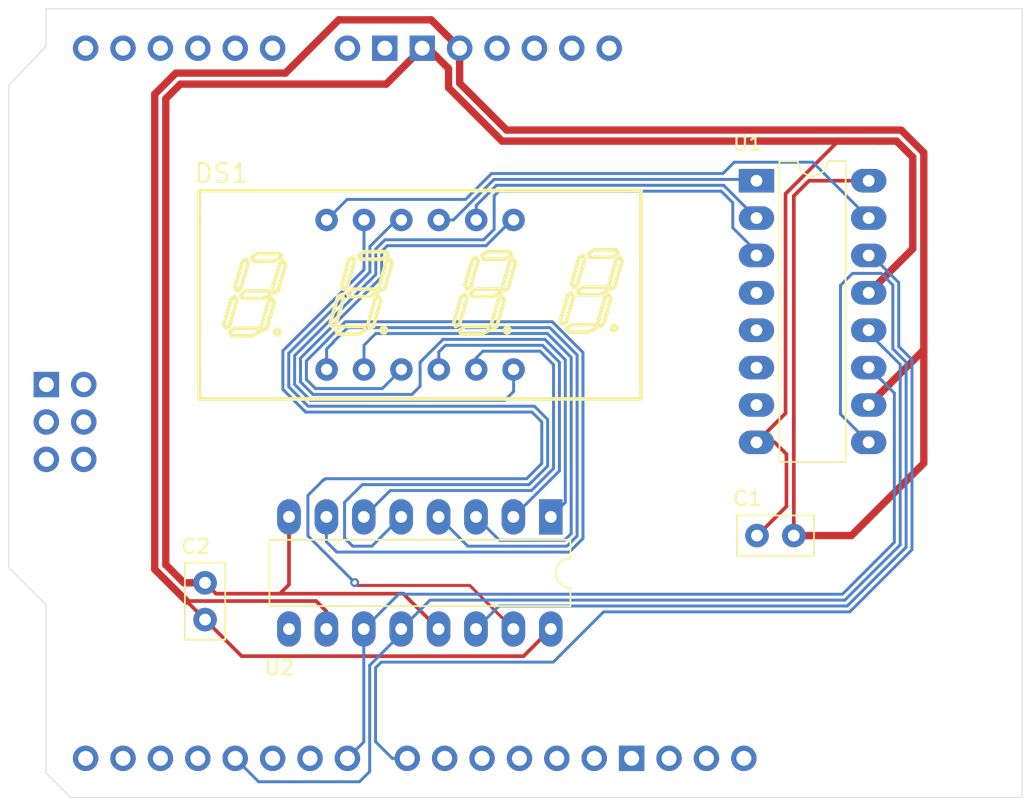
<source format=kicad_pcb>
(kicad_pcb (version 20240108) (generator "pcbnew") (generator_version "8.0")
  (title_block (title "Simple 7 Segment LED Counter") (date "2025-02-14") (rev "V1.0"))
  (layers (0 "F.Cu" signal) (31 "B.Cu" signal) (34 "B.Paste" user) (35 "F.Paste" user) (36 "B.SilkS" user "B.Silkscreen") (37 "F.SilkS" user "F.Silkscreen") (38 "B.Mask" user) (39 "F.Mask" user) (44 "Edge.Cuts" user))
  (net 0 "")
  (net 1 "/+5V")
  (net 2 "GND")
  (net 3 "/RCLK")
  (net 4 "/SRCLK")
  (net 7 "Net-(U1-QH')")
  (net 28 "Net-(U1-SER)")
  (net 44 "/QF-F")
  (net 45 "/QB-B")
  (net 46 "/QH-DP")
  (net 47 "/QD-D")
  (net 48 "/QC-D3")
  (net 49 "/QB-D2")
  (net 50 "/QG-G")
  (net 51 "/QC-C")
  (net 52 "/QE-E")
  (net 53 "/QA-A")
  (net 54 "/QD-D4")
  (net 55 "/QA-D1")
  (footprint "Imported:Arduino_Uno_R3_Shield_TW" (layer "F.Cu") (at 224.933184 58.303385 180)
    (property "Reference" "A1" (hide yes))
    (property "Value" "Arduino_Uno_R3_Shield" (hide yes))
    (pad "" np_thru_hole circle (at 13.97 -2.54 180) (size 3.2 3.2) (drill 3.2) (layers "*.Cu" "*.Mask"))
    (pad "" np_thru_hole circle (at 15.24 -50.8 180) (size 3.2 3.2) (drill 3.2) (layers "*.Cu" "*.Mask"))
    (pad "" thru_hole oval (at 27.94 -2.54 180) (size 1.7272 1.7272) (drill 1.016) (layers "*.Cu" "*.Mask"))
    (pad "" np_thru_hole circle (at 66.04 -35.56 180) (size 3.2 3.2) (drill 3.2) (layers "*.Cu" "*.Mask"))
    (pad "" np_thru_hole circle (at 66.04 -7.62 180) (size 3.2 3.2) (drill 3.2) (layers "*.Cu" "*.Mask"))
    (pad "3V3" thru_hole oval (at 35.56 -2.54 180) (size 1.7272 1.7272) (drill 1.016) (layers "*.Cu" "*.Mask"))
    (pad "5V1" thru_hole oval (at 38.1 -2.54 180) (size 1.7272 1.7272) (drill 1.016) (layers "*.Cu" "*.Mask") (net 1 "/+5V"))
    (pad "5V2" thru_hole oval (at 66.167 -30.48 180) (size 1.7272 1.7272) (drill 1.016) (layers "*.Cu" "*.Mask"))
    (pad "A0" thru_hole oval (at 50.8 -2.54 180) (size 1.7272 1.7272) (drill 1.016) (layers "*.Cu" "*.Mask"))
    (pad "A1" thru_hole oval (at 53.34 -2.54 180) (size 1.7272 1.7272) (drill 1.016) (layers "*.Cu" "*.Mask"))
    (pad "A2" thru_hole oval (at 55.88 -2.54 180) (size 1.7272 1.7272) (drill 1.016) (layers "*.Cu" "*.Mask"))
    (pad "A3" thru_hole oval (at 58.42 -2.54 180) (size 1.7272 1.7272) (drill 1.016) (layers "*.Cu" "*.Mask"))
    (pad "A4" thru_hole oval (at 60.96 -2.54 180) (size 1.7272 1.7272) (drill 1.016) (layers "*.Cu" "*.Mask"))
    (pad "A5" thru_hole oval (at 63.5 -2.54 180) (size 1.7272 1.7272) (drill 1.016) (layers "*.Cu" "*.Mask"))
    (pad "AREF" thru_hole oval (at 23.876 -50.8 180) (size 1.7272 1.7272) (drill 1.016) (layers "*.Cu" "*.Mask"))
    (pad "D0" thru_hole oval (at 63.5 -50.8 180) (size 1.7272 1.7272) (drill 1.016) (layers "*.Cu" "*.Mask"))
    (pad "D1" thru_hole oval (at 60.96 -50.8 180) (size 1.7272 1.7272) (drill 1.016) (layers "*.Cu" "*.Mask"))
    (pad "D2" thru_hole oval (at 58.42 -50.8 180) (size 1.7272 1.7272) (drill 1.016) (layers "*.Cu" "*.Mask"))
    (pad "D3" thru_hole oval (at 55.88 -50.8 180) (size 1.7272 1.7272) (drill 1.016) (layers "*.Cu" "*.Mask"))
    (pad "D4" thru_hole oval (at 53.34 -50.8 180) (size 1.7272 1.7272) (drill 1.016) (layers "*.Cu" "*.Mask") (net 3 "/RCLK"))
    (pad "D5" thru_hole oval (at 50.8 -50.8 180) (size 1.7272 1.7272) (drill 1.016) (layers "*.Cu" "*.Mask"))
    (pad "D6" thru_hole oval (at 48.26 -50.8 180) (size 1.7272 1.7272) (drill 1.016) (layers "*.Cu" "*.Mask"))
    (pad "D7" thru_hole oval (at 45.72 -50.8 180) (size 1.7272 1.7272) (drill 1.016) (layers "*.Cu" "*.Mask") (net 4 "/SRCLK"))
    (pad "D8" thru_hole oval (at 41.656 -50.8 180) (size 1.7272 1.7272) (drill 1.016) (layers "*.Cu" "*.Mask") (net 28 "Net-(U1-SER)"))
    (pad "D9" thru_hole oval (at 39.116 -50.8 180) (size 1.7272 1.7272) (drill 1.016) (layers "*.Cu" "*.Mask"))
    (pad "D10" thru_hole oval (at 36.576 -50.8 180) (size 1.7272 1.7272) (drill 1.016) (layers "*.Cu" "*.Mask"))
    (pad "D11" thru_hole oval (at 34.036 -50.8 180) (size 1.7272 1.7272) (drill 1.016) (layers "*.Cu" "*.Mask"))
    (pad "D12" thru_hole oval (at 31.496 -50.8 180) (size 1.7272 1.7272) (drill 1.016) (layers "*.Cu" "*.Mask"))
    (pad "D13" thru_hole oval (at 28.956 -50.8 180) (size 1.7272 1.7272) (drill 1.016) (layers "*.Cu" "*.Mask"))
    (pad "GND1" thru_hole rect (at 26.416 -50.8 180) (size 1.7272 1.7272) (drill 1.016) (layers "*.Cu" "*.Mask"))
    (pad "GND2" thru_hole rect (at 40.64 -2.54 180) (size 1.7272 1.7272) (drill 1.016) (layers "*.Cu" "*.Mask") (net 2 "GND"))
    (pad "GND3" thru_hole rect (at 43.18 -2.54 180) (size 1.7272 1.7272) (drill 1.016) (layers "*.Cu" "*.Mask"))
    (pad "GND4" thru_hole rect (at 66.167 -25.4 180) (size 1.7272 1.7272) (drill 1.016) (layers "*.Cu" "*.Mask"))
    (pad "IORF" thru_hole oval (at 30.48 -2.54 180) (size 1.7272 1.7272) (drill 1.016) (layers "*.Cu" "*.Mask"))
    (pad "MISO" thru_hole oval (at 63.627 -30.48 180) (size 1.7272 1.7272) (drill 1.016) (layers "*.Cu" "*.Mask"))
    (pad "MOSI" thru_hole oval (at 66.167 -27.94 180) (size 1.7272 1.7272) (drill 1.016) (layers "*.Cu" "*.Mask"))
    (pad "RST1" thru_hole oval (at 33.02 -2.54 180) (size 1.7272 1.7272) (drill 1.016) (layers "*.Cu" "*.Mask"))
    (pad "RST2" thru_hole oval (at 63.627 -25.4 180) (size 1.7272 1.7272) (drill 1.016) (layers "*.Cu" "*.Mask"))
    (pad "SCK" thru_hole oval (at 63.627 -27.94 180) (size 1.7272 1.7272) (drill 1.016) (layers "*.Cu" "*.Mask"))
    (pad "SCL" thru_hole oval (at 18.796 -50.8 180) (size 1.7272 1.7272) (drill 1.016) (layers "*.Cu" "*.Mask"))
    (pad "SDA" thru_hole oval (at 21.336 -50.8 180) (size 1.7272 1.7272) (drill 1.016) (layers "*.Cu" "*.Mask"))
    (pad "VIN" thru_hole oval (at 45.72 -2.54 180) (size 1.7272 1.7272) (drill 1.016) (layers "*.Cu" "*.Mask"))
  )
  (footprint "Capacitor_THT:C_Disc_D5.0mm_W2.5mm_P2.50mm" (layer "F.Cu") (at 209.53 93.965 180)
    (property "Reference" "C1" (at 3.15 2.51 180) (layer "F.SilkS"))
    (property "Value" "100nF")
    (pad "1" thru_hole circle (at 0 0 180) (size 1.6 1.6) (drill 0.8) (layers "*.Cu" "*.Mask") (net 1 "/+5V"))
    (pad "2" thru_hole circle (at 2.5 0 180) (size 1.6 1.6) (drill 0.8) (layers "*.Cu" "*.Mask") (net 2 "GND"))
  )
  (footprint "Capacitor_THT:C_Disc_D5.0mm_W2.5mm_P2.50mm" (layer "F.Cu") (at 169.545 99.675 90)
    (property "Reference" "C2" (at 4.97 -0.63 360) (layer "F.SilkS"))
    (property "Value" "100nF")
    (pad "1" thru_hole circle (at 0 0 90) (size 1.6 1.6) (drill 0.8) (layers "*.Cu" "*.Mask") (net 1 "/+5V"))
    (pad "2" thru_hole circle (at 2.5 0 90) (size 1.6 1.6) (drill 0.8) (layers "*.Cu" "*.Mask") (net 2 "GND"))
  )
  (footprint "Imported:LEDSEG_0.36_4" (layer "F.Cu") (at 184.15 77.597)
    (property "Reference" "DS1" (at -13.485 -8.26 0) (layer "F.SilkS") (effects (font (size 1.27 1.27))))
    (property "Value" "7 Segment LED 3641BH (4Digits)")
    (pad "1" thru_hole oval (at -6.35 5.08) (size 1.524 1.524) (drill 0.762) (layers "*.Cu" "*.Mask") (net 52 "/QE-E"))
    (pad "2" thru_hole oval (at -3.81 5.08) (size 1.524 1.524) (drill 0.762) (layers "*.Cu" "*.Mask") (net 47 "/QD-D"))
    (pad "3" thru_hole oval (at -1.27 5.08) (size 1.524 1.524) (drill 0.762) (layers "*.Cu" "*.Mask") (net 46 "/QH-DP"))
    (pad "4" thru_hole oval (at 1.27 5.08) (size 1.524 1.524) (drill 0.762) (layers "*.Cu" "*.Mask") (net 51 "/QC-C"))
    (pad "5" thru_hole oval (at 3.81 5.08) (size 1.524 1.524) (drill 0.762) (layers "*.Cu" "*.Mask") (net 50 "/QG-G"))
    (pad "6" thru_hole oval (at 6.35 5.08) (size 1.524 1.524) (drill 0.762) (layers "*.Cu" "*.Mask") (net 54 "/QD-D4"))
    (pad "7" thru_hole oval (at 6.35 -5.08) (size 1.524 1.524) (drill 0.762) (layers "*.Cu" "*.Mask") (net 45 "/QB-B"))
    (pad "8" thru_hole oval (at 3.81 -5.08) (size 1.524 1.524) (drill 0.762) (layers "*.Cu" "*.Mask") (net 48 "/QC-D3"))
    (pad "9" thru_hole oval (at 1.27 -5.08) (size 1.524 1.524) (drill 0.762) (layers "*.Cu" "*.Mask") (net 49 "/QB-D2"))
    (pad "10" thru_hole oval (at -1.27 -5.08) (size 1.524 1.524) (drill 0.762) (layers "*.Cu" "*.Mask") (net 44 "/QF-F"))
    (pad "11" thru_hole oval (at -3.81 -5.08) (size 1.524 1.524) (drill 0.762) (layers "*.Cu" "*.Mask") (net 53 "/QA-A"))
    (pad "12" thru_hole oval (at -6.35 -5.08) (size 1.524 1.524) (drill 0.762) (layers "*.Cu" "*.Mask") (net 55 "/QA-D1"))
  )
  (footprint "Package_DIP:DIP-16_W7.62mm_LongPads" (layer "F.Cu") (at 193.025 92.695 -90)
    (property "Reference" "U2" (at 10.25 18.43 360) (layer "F.SilkS"))
    (property "Value" "74HC595")
    (pad "1" thru_hole rect (at 0 0 270) (size 2.4 1.6) (drill 0.8) (layers "*.Cu" "*.Mask") (net 45 "/QB-B"))
    (pad "2" thru_hole oval (at 0 2.54 270) (size 2.4 1.6) (drill 0.8) (layers "*.Cu" "*.Mask") (net 51 "/QC-C"))
    (pad "3" thru_hole oval (at 0 5.08 270) (size 2.4 1.6) (drill 0.8) (layers "*.Cu" "*.Mask") (net 47 "/QD-D"))
    (pad "4" thru_hole oval (at 0 7.62 270) (size 2.4 1.6) (drill 0.8) (layers "*.Cu" "*.Mask") (net 52 "/QE-E"))
    (pad "5" thru_hole oval (at 0 10.16 270) (size 2.4 1.6) (drill 0.8) (layers "*.Cu" "*.Mask") (net 44 "/QF-F"))
    (pad "6" thru_hole oval (at 0 12.7 270) (size 2.4 1.6) (drill 0.8) (layers "*.Cu" "*.Mask") (net 50 "/QG-G"))
    (pad "7" thru_hole oval (at 0 15.24 270) (size 2.4 1.6) (drill 0.8) (layers "*.Cu" "*.Mask") (net 46 "/QH-DP"))
    (pad "8" thru_hole oval (at 0 17.78 270) (size 2.4 1.6) (drill 0.8) (layers "*.Cu" "*.Mask") (net 2 "GND"))
    (pad "9" thru_hole oval (at 7.62 17.78 270) (size 2.4 1.6) (drill 0.8) (layers "*.Cu" "*.Mask"))
    (pad "10" thru_hole oval (at 7.62 15.24 270) (size 2.4 1.6) (drill 0.8) (layers "*.Cu" "*.Mask") (net 1 "/+5V"))
    (pad "11" thru_hole oval (at 7.62 12.7 270) (size 2.4 1.6) (drill 0.8) (layers "*.Cu" "*.Mask") (net 4 "/SRCLK"))
    (pad "12" thru_hole oval (at 7.62 10.16 270) (size 2.4 1.6) (drill 0.8) (layers "*.Cu" "*.Mask") (net 3 "/RCLK"))
    (pad "13" thru_hole oval (at 7.62 7.62 270) (size 2.4 1.6) (drill 0.8) (layers "*.Cu" "*.Mask") (net 2 "GND"))
    (pad "14" thru_hole oval (at 7.62 5.08 270) (size 2.4 1.6) (drill 0.8) (layers "*.Cu" "*.Mask") (net 7 "Net-(U1-QH')"))
    (pad "15" thru_hole oval (at 7.62 2.54 270) (size 2.4 1.6) (drill 0.8) (layers "*.Cu" "*.Mask") (net 53 "/QA-A"))
    (pad "16" thru_hole oval (at 7.62 0 270) (size 2.4 1.6) (drill 0.8) (layers "*.Cu" "*.Mask") (net 1 "/+5V"))
  )
  (footprint "Package_DIP:DIP-16_W7.62mm_LongPads" (layer "F.Cu") (at 206.995 69.85)
    (property "Reference" "U1" (at -0.595 -2.53 180) (layer "F.SilkS"))
    (property "Value" "74HC595")
    (pad "1" thru_hole rect (at 0 0) (size 2.4 1.6) (drill 0.8) (layers "*.Cu" "*.Mask") (net 49 "/QB-D2"))
    (pad "2" thru_hole oval (at 0 2.54) (size 2.4 1.6) (drill 0.8) (layers "*.Cu" "*.Mask") (net 48 "/QC-D3"))
    (pad "3" thru_hole oval (at 0 5.08) (size 2.4 1.6) (drill 0.8) (layers "*.Cu" "*.Mask") (net 54 "/QD-D4"))
    (pad "4" thru_hole oval (at 0 7.62) (size 2.4 1.6) (drill 0.8) (layers "*.Cu" "*.Mask"))
    (pad "5" thru_hole oval (at 0 10.16) (size 2.4 1.6) (drill 0.8) (layers "*.Cu" "*.Mask"))
    (pad "6" thru_hole oval (at 0 12.7) (size 2.4 1.6) (drill 0.8) (layers "*.Cu" "*.Mask"))
    (pad "7" thru_hole oval (at 0 15.24) (size 2.4 1.6) (drill 0.8) (layers "*.Cu" "*.Mask"))
    (pad "8" thru_hole oval (at 0 17.78) (size 2.4 1.6) (drill 0.8) (layers "*.Cu" "*.Mask") (net 2 "GND"))
    (pad "9" thru_hole oval (at 7.62 17.78) (size 2.4 1.6) (drill 0.8) (layers "*.Cu" "*.Mask") (net 7 "Net-(U1-QH')"))
    (pad "10" thru_hole oval (at 7.62 15.24) (size 2.4 1.6) (drill 0.8) (layers "*.Cu" "*.Mask") (net 1 "/+5V"))
    (pad "11" thru_hole oval (at 7.62 12.7) (size 2.4 1.6) (drill 0.8) (layers "*.Cu" "*.Mask") (net 4 "/SRCLK"))
    (pad "12" thru_hole oval (at 7.62 10.16) (size 2.4 1.6) (drill 0.8) (layers "*.Cu" "*.Mask") (net 3 "/RCLK"))
    (pad "13" thru_hole oval (at 7.62 7.62) (size 2.4 1.6) (drill 0.8) (layers "*.Cu" "*.Mask") (net 2 "GND"))
    (pad "14" thru_hole oval (at 7.62 5.08) (size 2.4 1.6) (drill 0.8) (layers "*.Cu" "*.Mask") (net 28 "Net-(U1-SER)"))
    (pad "15" thru_hole oval (at 7.62 2.54) (size 2.4 1.6) (drill 0.8) (layers "*.Cu" "*.Mask") (net 55 "/QA-D1"))
    (pad "16" thru_hole oval (at 7.62 0) (size 2.4 1.6) (drill 0.8) (layers "*.Cu" "*.Mask") (net 1 "/+5V"))
  )
  (gr_line (start 160.401 111.76) (end 158.75 110.109) (stroke (width 0.05)) (layer "Edge.Cuts"))
  (gr_line (start 225.044 58.166) (end 225.044 61.341) (stroke (width 0.05)) (layer "Edge.Cuts"))
  (gr_line (start 225.044 111.76) (end 160.401 111.76) (stroke (width 0.05)) (layer "Edge.Cuts"))
  (gr_line (start 158.75 58.166) (end 225.044 58.166) (stroke (width 0.05)) (layer "Edge.Cuts"))
  (gr_line (start 156.21 63.373) (end 158.75 60.706) (stroke (width 0.05)) (layer "Edge.Cuts"))
  (gr_line (start 156.21 96.139) (end 156.21 63.373) (stroke (width 0.05)) (layer "Edge.Cuts"))
  (gr_line (start 225.044 61.341) (end 225.044 111.76) (stroke (width 0.05)) (layer "Edge.Cuts"))
  (gr_line (start 158.75 98.679) (end 156.21 96.139) (stroke (width 0.05)) (layer "Edge.Cuts"))
  (gr_line (start 158.75 60.706) (end 158.75 58.166) (stroke (width 0.05)) (layer "Edge.Cuts"))
  (gr_line (start 158.75 110.109) (end 158.75 98.679) (stroke (width 0.05)) (layer "Edge.Cuts"))
  (segment (start 178.6248 58.916) (end 175.006 62.5348) (width 0.5) (layer "F.Cu") (net 1))
  (segment (start 184.905799 58.916) (end 178.6248 58.916) (width 0.5) (layer "F.Cu") (net 1))
  (segment (start 166.128 63.964459) (end 166.128 96.258) (width 0.5) (layer "F.Cu") (net 1))
  (segment (start 214.615 69.85) (end 210.566 69.85) (width 0.25) (layer "F.Cu") (net 1))
  (segment (start 186.833184 63.217524) (end 190.02326 66.4076) (width 0.5) (layer "F.Cu") (net 1))
  (segment (start 210.566 69.85) (end 209.53 70.886) (width 0.25) (layer "F.Cu") (net 1))
  (segment (start 186.833184 60.843385) (end 184.905799 58.916) (width 0.5) (layer "F.Cu") (net 1))
  (segment (start 177.785 100.315) (end 177.785 99.1134) (width 0.25) (layer "F.Cu") (net 1))
  (segment (start 218.3593 81.3457) (end 214.615 85.09) (width 0.5) (layer "F.Cu") (net 1))
  (segment (start 177.785 99.1134) (end 177.0866 98.415) (width 0.25) (layer "F.Cu") (net 1))
  (segment (start 177.0866 98.415) (end 168.285 98.415) (width 0.25) (layer "F.Cu") (net 1))
  (segment (start 175.006 62.5348) (end 167.557659 62.5348) (width 0.5) (layer "F.Cu") (net 1))
  (segment (start 172.0288 102.1588) (end 191.1812 102.1588) (width 0.25) (layer "F.Cu") (net 1))
  (segment (start 168.285 98.415) (end 172.0288 102.1588) (width 0.25) (layer "F.Cu") (net 1))
  (segment (start 167.557659 62.5348) (end 166.128 63.964459) (width 0.5) (layer "F.Cu") (net 1))
  (segment (start 190.02326 66.4076) (end 216.82026 66.4076) (width 0.5) (layer "F.Cu") (net 1))
  (segment (start 212.3082 93.965) (end 209.53 93.965) (width 0.5) (layer "F.Cu") (net 1))
  (segment (start 218.3593 67.94664) (end 218.3593 89.0465) (width 0.5) (layer "F.Cu") (net 1))
  (segment (start 213.4408 93.965) (end 212.3082 93.965) (width 0.5) (layer "F.Cu") (net 1))
  (segment (start 186.833184 60.843385) (end 186.833184 63.217524) (width 0.5) (layer "F.Cu") (net 1))
  (segment (start 218.3593 89.0465) (end 213.4408 93.965) (width 0.5) (layer "F.Cu") (net 1))
  (segment (start 191.1812 102.1588) (end 193.025 100.315) (width 0.25) (layer "F.Cu") (net 1))
  (segment (start 216.82026 66.4076) (end 218.3593 67.94664) (width 0.5) (layer "F.Cu") (net 1))
  (segment (start 209.53 70.886) (end 209.53 93.965) (width 0.25) (layer "F.Cu") (net 1))
  (segment (start 166.128 96.258) (end 168.285 98.415) (width 0.5) (layer "F.Cu") (net 1))
  (segment (start 192.405 100.33) (end 192.405 99.6569) (width 0.25) (layer "B.Cu") (net 1))
  (segment (start 173.0454 97.915) (end 170.285 97.915) (width 0.25) (layer "F.Cu") (net 2))
  (segment (start 215.265 67.1576) (end 216.5096 67.1576) (width 0.5) (layer "F.Cu") (net 2))
  (segment (start 217.6093 74.4757) (end 214.615 77.47) (width 0.5) (layer "F.Cu") (net 2))
  (segment (start 166.878 64.275119) (end 166.878 95.94734) (width 0.5) (layer "F.Cu") (net 2))
  (segment (start 168.10566 97.175) (end 169.545 97.175) (width 0.5) (layer "F.Cu") (net 2))
  (segment (start 209.03 88.4308) (end 209.03 91.985) (width 0.25) (layer "F.Cu") (net 2))
  (segment (start 169.545 97.175) (end 169.53 97.19) (width 0.25) (layer "F.Cu") (net 2))
  (segment (start 175.245 92.695) (end 175.245 97.295) (width 0.25) (layer "F.Cu") (net 2))
  (segment (start 217.6093 68.2573) (end 217.6093 74.4757) (width 0.5) (layer "F.Cu") (net 2))
  (segment (start 206.995 87.63) (end 208.2292 87.63) (width 0.25) (layer "F.Cu") (net 2))
  (segment (start 166.878 95.94734) (end 168.10566 97.175) (width 0.5) (layer "F.Cu") (net 2))
  (segment (start 208.9698 70.739093) (end 212.551293 67.1576) (width 0.25) (layer "F.Cu") (net 2))
  (segment (start 206.995 87.63) (end 208.9698 85.6552) (width 0.25) (layer "F.Cu") (net 2))
  (segment (start 212.551293 67.1576) (end 215.265 67.1576) (width 0.25) (layer "F.Cu") (net 2))
  (segment (start 175.245 97.295) (end 174.625 97.915) (width 0.25) (layer "F.Cu") (net 2))
  (segment (start 209.03 91.985) (end 207.05 93.965) (width 0.25) (layer "F.Cu") (net 2))
  (segment (start 186.083184 62.23) (end 186.083184 63.528184) (width 0.5) (layer "F.Cu") (net 2))
  (segment (start 189.7126 67.1576) (end 215.265 67.1576) (width 0.5) (layer "F.Cu") (net 2))
  (segment (start 183.005 97.915) (end 173.0454 97.915) (width 0.25) (layer "F.Cu") (net 2))
  (segment (start 216.5096 67.1576) (end 217.6093 68.2573) (width 0.5) (layer "F.Cu") (net 2))
  (segment (start 184.942276 61.089092) (end 186.083184 62.23) (width 0.5) (layer "F.Cu") (net 2))
  (segment (start 169.53 97.19) (end 169.53 97.83) (width 0.25) (layer "F.Cu") (net 2))
  (segment (start 185.405 100.315) (end 183.005 97.915) (width 0.25) (layer "F.Cu") (net 2))
  (segment (start 169.7428 96.9772) (end 169.545 97.175) (width 0.25) (layer "F.Cu") (net 2))
  (segment (start 167.868319 63.2848) (end 166.878 64.275119) (width 0.5) (layer "F.Cu") (net 2))
  (segment (start 208.2292 87.63) (end 209.03 88.4308) (width 0.25) (layer "F.Cu") (net 2))
  (segment (start 184.293184 60.843385) (end 181.851769 63.2848) (width 0.5) (layer "F.Cu") (net 2))
  (segment (start 170.285 97.915) (end 169.545 97.175) (width 0.25) (layer "F.Cu") (net 2))
  (segment (start 181.851769 63.2848) (end 167.868319 63.2848) (width 0.5) (layer "F.Cu") (net 2))
  (segment (start 186.083184 63.528184) (end 189.7126 67.1576) (width 0.5) (layer "F.Cu") (net 2))
  (segment (start 208.9698 85.6552) (end 208.9698 70.739093) (width 0.25) (layer "F.Cu") (net 2))
  (segment (start 182.641 100.315) (end 182.865 100.315) (width 0.2) (layer "F.Cu") (net 3))
  (segment (start 214.615 80.01) (end 214.615 80.1982) (width 0.2) (layer "F.Cu") (net 3))
  (segment (start 180.0352 110.6932) (end 180.725 110.0034) (width 0.2) (layer "B.Cu") (net 3))
  (segment (start 212.997514 98.3488) (end 184.8312 98.3488) (width 0.2) (layer "B.Cu") (net 3))
  (segment (start 171.593184 109.103385) (end 173.182999 110.6932) (width 0.2) (layer "B.Cu") (net 3))
  (segment (start 180.725 102.782914) (end 182.641 100.866914) (width 0.2) (layer "B.Cu") (net 3))
  (segment (start 180.725 110.0034) (end 180.725 102.782914) (width 0.2) (layer "B.Cu") (net 3))
  (segment (start 184.8312 98.3488) (end 182.865 100.315) (width 0.2) (layer "B.Cu") (net 3))
  (segment (start 216.7572 82.3404) (end 216.7572 94.589114) (width 0.2) (layer "B.Cu") (net 3))
  (segment (start 173.182999 110.6932) (end 180.0352 110.6932) (width 0.2) (layer "B.Cu") (net 3))
  (segment (start 182.641 100.866914) (end 182.641 100.315) (width 0.2) (layer "B.Cu") (net 3))
  (segment (start 216.7572 94.589114) (end 212.997514 98.3488) (width 0.2) (layer "B.Cu") (net 3))
  (segment (start 214.615 80.1982) (end 216.7572 82.3404) (width 0.2) (layer "B.Cu") (net 3))
  (segment (start 180.7614 100.315) (end 180.325 100.315) (width 0.2) (layer "F.Cu") (net 4))
  (segment (start 214.615 82.55) (end 214.63 82.55) (width 0.2) (layer "B.Cu") (net 4))
  (segment (start 214.63 82.55) (end 216.3572 84.2772) (width 0.2) (layer "B.Cu") (net 4))
  (segment (start 216.3572 84.2772) (end 216.3572 94.423428) (width 0.2) (layer "B.Cu") (net 4))
  (segment (start 180.325 100.315) (end 180.325 107.991569) (width 0.2) (layer "B.Cu") (net 4))
  (segment (start 182.6912 97.9488) (end 180.325 100.315) (width 0.2) (layer "B.Cu") (net 4))
  (segment (start 212.831828 97.9488) (end 182.6912 97.9488) (width 0.2) (layer "B.Cu") (net 4))
  (segment (start 216.3572 94.423428) (end 212.831828 97.9488) (width 0.2) (layer "B.Cu") (net 4))
  (segment (start 180.325 107.991569) (end 179.213184 109.103385) (width 0.2) (layer "B.Cu") (net 4))
  (segment (start 216.2556 81.273114) (end 217.1572 82.174714) (width 0.2) (layer "B.Cu") (net 7))
  (segment (start 214.615 87.63) (end 214.258654 87.63) (width 0.2) (layer "B.Cu") (net 7))
  (segment (start 217.1572 94.7548) (end 213.1632 98.7488) (width 0.2) (layer "B.Cu") (net 7))
  (segment (start 213.1632 98.7488) (end 189.5112 98.7488) (width 0.2) (layer "B.Cu") (net 7))
  (segment (start 212.6996 76.962) (end 213.5124 76.1492) (width 0.2) (layer "B.Cu") (net 7))
  (segment (start 212.6996 85.7146) (end 212.6996 76.962) (width 0.2) (layer "B.Cu") (net 7))
  (segment (start 213.5124 76.1492) (end 215.470573 76.1492) (width 0.2) (layer "B.Cu") (net 7))
  (segment (start 217.1572 82.174714) (end 217.1572 94.7548) (width 0.2) (layer "B.Cu") (net 7))
  (segment (start 214.615 87.63) (end 212.6996 85.7146) (width 0.2) (layer "B.Cu") (net 7))
  (segment (start 215.470573 76.1492) (end 216.2556 76.934227) (width 0.2) (layer "B.Cu") (net 7))
  (segment (start 189.5112 98.7488) (end 187.945 100.315) (width 0.2) (layer "B.Cu") (net 7))
  (segment (start 216.2556 76.934227) (end 216.2556 81.273114) (width 0.2) (layer "B.Cu") (net 7))
  (segment (start 214.817059 74.93) (end 214.615 74.93) (width 0.2) (layer "F.Cu") (net 28))
  (segment (start 217.5572 94.920486) (end 217.5572 82.009028) (width 0.2) (layer "B.Cu") (net 28))
  (segment (start 182.255385 109.103385) (end 181.125 107.973) (width 0.2) (layer "B.Cu") (net 28))
  (segment (start 216.6556 76.768541) (end 214.817059 74.93) (width 0.2) (layer "B.Cu") (net 28))
  (segment (start 213.328886 99.1488) (end 217.5572 94.920486) (width 0.2) (layer "B.Cu") (net 28))
  (segment (start 181.125 102.9486) (end 181.5084 102.5652) (width 0.2) (layer "B.Cu") (net 28))
  (segment (start 217.5572 82.009028) (end 217.322885 81.774714) (width 0.2) (layer "B.Cu") (net 28))
  (segment (start 196.6088 99.1488) (end 213.328886 99.1488) (width 0.2) (layer "B.Cu") (net 28))
  (segment (start 216.6556 81.107428) (end 216.6556 76.768541) (width 0.2) (layer "B.Cu") (net 28))
  (segment (start 181.5084 102.5652) (end 193.1924 102.5652) (width 0.2) (layer "B.Cu") (net 28))
  (segment (start 181.125 107.973) (end 181.125 102.9486) (width 0.2) (layer "B.Cu") (net 28))
  (segment (start 193.1924 102.5652) (end 196.6088 99.1488) (width 0.2) (layer "B.Cu") (net 28))
  (segment (start 183.277184 109.103385) (end 182.255385 109.103385) (width 0.2) (layer "B.Cu") (net 28))
  (segment (start 217.322885 81.774714) (end 216.6556 81.107428) (width 0.2) (layer "B.Cu") (net 28))
  (segment (start 192.8116 89.237028) (end 191.545471 90.503157) (width 0.2) (layer "B.Cu") (net 44))
  (segment (start 180.221208 90.503157) (end 179.0192 91.705165) (width 0.2) (layer "B.Cu") (net 44))
  (segment (start 175.2284 81.572486) (end 175.2284 83.859858) (width 0.2) (layer "B.Cu") (net 44))
  (segment (start 175.2284 83.859858) (end 176.540942 85.1724) (width 0.2) (layer "B.Cu") (net 44))
  (segment (start 191.545471 90.503157) (end 180.221208 90.503157) (width 0.2) (layer "B.Cu") (net 44))
  (segment (start 176.540942 85.1724) (end 191.910086 85.1724) (width 0.2) (layer "B.Cu") (net 44))
  (segment (start 191.910086 85.1724) (end 192.8116 86.073914) (width 0.2) (layer "B.Cu") (net 44))
  (segment (start 182.542914 72.517) (end 180.74 74.319914) (width 0.2) (layer "B.Cu") (net 44))
  (segment (start 180.8752 94.6848) (end 182.865 92.695) (width 0.2) (layer "B.Cu") (net 44))
  (segment (start 192.8116 86.073914) (end 192.8116 89.237028) (width 0.2) (layer "B.Cu") (net 44))
  (segment (start 180.74 74.319914) (end 180.74 76.060886) (width 0.2) (layer "B.Cu") (net 44))
  (segment (start 182.88 72.517) (end 182.542914 72.517) (width 0.2) (layer "B.Cu") (net 44))
  (segment (start 179.0192 91.705165) (end 179.0192 94.1324) (width 0.2) (layer "B.Cu") (net 44))
  (segment (start 179.5716 94.6848) (end 180.8752 94.6848) (width 0.2) (layer "B.Cu") (net 44))
  (segment (start 180.74 76.060886) (end 175.2284 81.572486) (width 0.2) (layer "B.Cu") (net 44))
  (segment (start 179.0192 94.1324) (end 179.5716 94.6848) (width 0.2) (layer "B.Cu") (net 44))
  (segment (start 176.0284 83.528486) (end 176.0284 81.903858) (width 0.2) (layer "B.Cu") (net 45))
  (segment (start 190.379886 72.517) (end 190.5 72.517) (width 0.2) (layer "B.Cu") (net 45))
  (segment (start 184.15 82.187514) (end 184.15 83.82) (width 0.2) (layer "B.Cu") (net 45))
  (segment (start 194.0116 82.018258) (end 192.625742 80.6324) (width 0.2) (layer "B.Cu") (net 45))
  (segment (start 184.15 83.82) (end 183.5976 84.3724) (width 0.2) (layer "B.Cu") (net 45))
  (segment (start 192.625742 80.6324) (end 185.705114 80.6324) (width 0.2) (layer "B.Cu") (net 45))
  (segment (start 176.872314 84.3724) (end 176.0284 83.528486) (width 0.2) (layer "B.Cu") (net 45))
  (segment (start 183.5976 84.3724) (end 176.872314 84.3724) (width 0.2) (layer "B.Cu") (net 45))
  (segment (start 181.54 76.392258) (end 181.54 74.651286) (width 0.2) (layer "B.Cu") (net 45))
  (segment (start 194.0116 91.7084) (end 194.0116 82.018258) (width 0.2) (layer "B.Cu") (net 45))
  (segment (start 185.705114 80.6324) (end 184.15 82.187514) (width 0.2) (layer "B.Cu") (net 45))
  (segment (start 181.54 74.651286) (end 181.928086 74.2632) (width 0.2) (layer "B.Cu") (net 45))
  (segment (start 188.633686 74.2632) (end 190.379886 72.517) (width 0.2) (layer "B.Cu") (net 45))
  (segment (start 181.928086 74.2632) (end 188.633686 74.2632) (width 0.2) (layer "B.Cu") (net 45))
  (segment (start 176.0284 81.903858) (end 181.54 76.392258) (width 0.2) (layer "B.Cu") (net 45))
  (segment (start 193.025 92.695) (end 194.0116 91.7084) (width 0.2) (layer "B.Cu") (net 45))
  (segment (start 177.785 92.695) (end 177.785 94.384099) (width 0.2) (layer "B.Cu") (net 46))
  (segment (start 195.2116 81.5212) (end 193.1228 79.4324) (width 0.2) (layer "B.Cu") (net 46))
  (segment (start 195.2116 94.158972) (end 195.2116 81.5212) (width 0.2) (layer "B.Cu") (net 46))
  (segment (start 179.065544 79.4324) (end 177.8508 80.647144) (width 0.2) (layer "B.Cu") (net 46))
  (segment (start 177.785 92.295) (end 177.785 92.695) (width 0.2) (layer "B.Cu") (net 46))
  (segment (start 177.8508 80.6704) (end 176.4284 82.0928) (width 0.2) (layer "B.Cu") (net 46))
  (segment (start 176.4284 83.3628) (end 177.038 83.9724) (width 0.2) (layer "B.Cu") (net 46))
  (segment (start 194.285772 95.0848) (end 195.2116 94.158972) (width 0.2) (layer "B.Cu") (net 46))
  (segment (start 177.785 94.384099) (end 178.485701 95.0848) (width 0.2) (layer "B.Cu") (net 46))
  (segment (start 193.1228 79.4324) (end 179.065544 79.4324) (width 0.2) (layer "B.Cu") (net 46))
  (segment (start 181.5846 83.9724) (end 182.88 82.677) (width 0.2) (layer "B.Cu") (net 46))
  (segment (start 177.038 83.9724) (end 181.5846 83.9724) (width 0.2) (layer "B.Cu") (net 46))
  (segment (start 177.8508 80.647144) (end 177.8508 80.6704) (width 0.2) (layer "B.Cu") (net 46))
  (segment (start 178.485701 95.0848) (end 194.285772 95.0848) (width 0.2) (layer "B.Cu") (net 46))
  (segment (start 176.4284 82.0928) (end 176.4284 83.3628) (width 0.2) (layer "B.Cu") (net 46))
  (segment (start 180.34 81.032886) (end 181.140486 80.2324) (width 0.2) (layer "B.Cu") (net 47))
  (segment (start 192.791428 80.2324) (end 194.4116 81.852572) (width 0.2) (layer "B.Cu") (net 47))
  (segment (start 193.9544 94.2848) (end 189.5348 94.2848) (width 0.2) (layer "B.Cu") (net 47))
  (segment (start 181.140486 80.2324) (end 192.791428 80.2324) (width 0.2) (layer "B.Cu") (net 47))
  (segment (start 187.945 92.1154) (end 187.945 92.695) (width 0.2) (layer "B.Cu") (net 47))
  (segment (start 194.4116 81.852572) (end 194.4116 93.8276) (width 0.2) (layer "B.Cu") (net 47))
  (segment (start 180.34 82.677) (end 180.34 81.032886) (width 0.2) (layer "B.Cu") (net 47))
  (segment (start 189.5348 94.2848) (end 187.945 92.695) (width 0.2) (layer "B.Cu") (net 47))
  (segment (start 194.4116 93.8276) (end 193.9544 94.2848) (width 0.2) (layer "B.Cu") (net 47))
  (segment (start 187.96 72.517) (end 187.96 71.533286) (width 0.2) (layer "B.Cu") (net 48))
  (segment (start 204.7662 70.1612) (end 206.995 72.39) (width 0.2) (layer "B.Cu") (net 48))
  (segment (start 189.332086 70.1612) (end 204.7662 70.1612) (width 0.2) (layer "B.Cu") (net 48))
  (segment (start 187.96 71.533286) (end 189.332086 70.1612) (width 0.2) (layer "B.Cu") (net 48))
  (segment (start 189.1664 69.7612) (end 206.9062 69.7612) (width 0.2) (layer "B.Cu") (net 49))
  (segment (start 206.9062 69.7612) (end 206.995 69.85) (width 0.2) (layer "B.Cu") (net 49))
  (segment (start 186.4106 72.517) (end 189.1664 69.7612) (width 0.2) (layer "B.Cu") (net 49))
  (segment (start 185.42 72.517) (end 186.4106 72.517) (width 0.2) (layer "B.Cu") (net 49))
  (segment (start 191.711157 90.903157) (end 193.2116 89.402714) (width 0.2) (layer "B.Cu") (net 50))
  (segment (start 188.4172 81.4324) (end 187.96 81.8896) (width 0.2) (layer "B.Cu") (net 50))
  (segment (start 182.116843 90.903157) (end 191.711157 90.903157) (width 0.2) (layer "B.Cu") (net 50))
  (segment (start 187.96 81.8896) (end 187.96 82.677) (width 0.2) (layer "B.Cu") (net 50))
  (segment (start 180.325 92.695) (end 182.116843 90.903157) (width 0.2) (layer "B.Cu") (net 50))
  (segment (start 192.29437 81.4324) (end 188.4172 81.4324) (width 0.2) (layer "B.Cu") (net 50))
  (segment (start 193.2116 89.402714) (end 193.2116 82.34963) (width 0.2) (layer "B.Cu") (net 50))
  (segment (start 193.2116 82.34963) (end 192.29437 81.4324) (width 0.2) (layer "B.Cu") (net 50))
  (segment (start 193.6116 89.5684) (end 190.485 92.695) (width 0.2) (layer "B.Cu") (net 51))
  (segment (start 193.6116 82.183944) (end 193.6116 89.5684) (width 0.2) (layer "B.Cu") (net 51))
  (segment (start 192.460056 81.0324) (end 193.6116 82.183944) (width 0.2) (layer "B.Cu") (net 51))
  (segment (start 185.8708 81.0324) (end 192.460056 81.0324) (width 0.2) (layer "B.Cu") (net 51))
  (segment (start 185.42 82.677) (end 185.42 81.4832) (width 0.2) (layer "B.Cu") (net 51))
  (segment (start 185.42 81.4832) (end 185.8708 81.0324) (width 0.2) (layer "B.Cu") (net 51))
  (segment (start 194.120086 94.6848) (end 187.3948 94.6848) (width 0.2) (layer "B.Cu") (net 52))
  (segment (start 177.8 82.677) (end 177.8 81.286886) (width 0.2) (layer "B.Cu") (net 52))
  (segment (start 177.8 81.286886) (end 178.2508 80.836086) (width 0.2) (layer "B.Cu") (net 52))
  (segment (start 187.3948 94.6848) (end 185.405 92.695) (width 0.2) (layer "B.Cu") (net 52))
  (segment (start 179.23123 79.8324) (end 192.957114 79.8324) (width 0.2) (layer "B.Cu") (net 52))
  (segment (start 178.2508 80.81283) (end 179.23123 79.8324) (width 0.2) (layer "B.Cu") (net 52))
  (segment (start 194.8116 81.686886) (end 194.8116 93.993286) (width 0.2) (layer "B.Cu") (net 52))
  (segment (start 194.8116 93.993286) (end 194.120086 94.6848) (width 0.2) (layer "B.Cu") (net 52))
  (segment (start 178.2508 80.836086) (end 178.2508 80.81283) (width 0.2) (layer "B.Cu") (net 52))
  (segment (start 192.957114 79.8324) (end 194.8116 81.686886) (width 0.2) (layer "B.Cu") (net 52))
  (segment (start 187.525 97.355) (end 190.485 100.315) (width 0.2) (layer "F.Cu") (net 53))
  (segment (start 179.705 97.155) (end 179.905 97.355) (width 0.2) (layer "F.Cu") (net 53))
  (segment (start 179.905 97.355) (end 187.525 97.355) (width 0.2) (layer "F.Cu") (net 53))
  (via (at 179.705 97.155) (size 0.6) (drill 0.3) (layers "F.Cu" "B.Cu") (net 53))
  (segment (start 176.248456 85.4456) (end 174.8284 84.025544) (width 0.2) (layer "B.Cu") (net 53))
  (segment (start 191.379785 90.103157) (end 192.4116 89.071342) (width 0.2) (layer "B.Cu") (net 53))
  (segment (start 174.8284 81.4068) (end 180.34 75.8952) (width 0.2) (layer "B.Cu") (net 53))
  (segment (start 191.7444 85.5724) (end 176.375257 85.5724) (width 0.2) (layer "B.Cu") (net 53))
  (segment (start 192.4116 89.071342) (end 192.4116 86.2396) (width 0.2) (layer "B.Cu") (net 53))
  (segment (start 176.375257 85.5724) (end 176.248456 85.4456) (width 0.2) (layer "B.Cu") (net 53))
  (segment (start 192.4116 86.2396) (end 191.7444 85.5724) (width 0.2) (layer "B.Cu") (net 53))
  (segment (start 177.5968 90.17) (end 177.6476 90.17) (width 0.2) (layer "B.Cu") (net 53))
  (segment (start 177.714443 90.103157) (end 191.379785 90.103157) (width 0.2) (layer "B.Cu") (net 53))
  (segment (start 174.8284 84.025544) (end 174.8284 81.4068) (width 0.2) (layer "B.Cu") (net 53))
  (segment (start 176.53 93.98) (end 176.53 91.2368) (width 0.2) (layer "B.Cu") (net 53))
  (segment (start 177.6476 90.17) (end 177.714443 90.103157) (width 0.2) (layer "B.Cu") (net 53))
  (segment (start 176.53 91.2368) (end 177.5968 90.17) (width 0.2) (layer "B.Cu") (net 53))
  (segment (start 179.705 97.155) (end 176.53 93.98) (width 0.2) (layer "B.Cu") (net 53))
  (segment (start 180.34 75.8952) (end 180.34 72.517) (width 0.2) (layer "B.Cu") (net 53))
  (segment (start 175.6284 83.694172) (end 176.706628 84.7724) (width 0.2) (layer "B.Cu") (net 54))
  (segment (start 181.7624 73.8632) (end 181.14 74.4856) (width 0.2) (layer "B.Cu") (net 54))
  (segment (start 188.468 73.8632) (end 181.7624 73.8632) (width 0.2) (layer "B.Cu") (net 54))
  (segment (start 189.1792 73.152) (end 188.468 73.8632) (width 0.2) (layer "B.Cu") (net 54))
  (segment (start 205.3844 73.0504) (end 205.3844 71.345086) (width 0.2) (layer "B.Cu") (net 54))
  (segment (start 181.14 76.226572) (end 175.6284 81.738172) (width 0.2) (layer "B.Cu") (net 54))
  (segment (start 189.1792 70.879772) (end 189.1792 73.152) (width 0.2) (layer "B.Cu") (net 54))
  (segment (start 206.995 74.93) (end 206.995 74.661) (width 0.2) (layer "B.Cu") (net 54))
  (segment (start 190.5 84.1756) (end 190.5 82.677) (width 0.2) (layer "B.Cu") (net 54))
  (segment (start 204.600514 70.5612) (end 189.497772 70.5612) (width 0.2) (layer "B.Cu") (net 54))
  (segment (start 189.9032 84.7724) (end 190.5 84.1756) (width 0.2) (layer "B.Cu") (net 54))
  (segment (start 181.14 74.4856) (end 181.14 76.226572) (width 0.2) (layer "B.Cu") (net 54))
  (segment (start 176.706628 84.7724) (end 189.9032 84.7724) (width 0.2) (layer "B.Cu") (net 54))
  (segment (start 206.995 74.661) (end 205.3844 73.0504) (width 0.2) (layer "B.Cu") (net 54))
  (segment (start 205.3844 71.345086) (end 204.600514 70.5612) (width 0.2) (layer "B.Cu") (net 54))
  (segment (start 175.6284 81.738172) (end 175.6284 83.694172) (width 0.2) (layer "B.Cu") (net 54))
  (segment (start 189.497772 70.5612) (end 189.1792 70.879772) (width 0.2) (layer "B.Cu") (net 54))
  (segment (start 189.000714 69.3612) (end 204.7152 69.3612) (width 0.2) (layer "B.Cu") (net 55))
  (segment (start 204.7152 69.3612) (end 205.486 68.5904) (width 0.2) (layer "B.Cu") (net 55))
  (segment (start 177.8 72.517) (end 179.197 71.12) (width 0.2) (layer "B.Cu") (net 55))
  (segment (start 210.8154 68.5904) (end 214.615 72.39) (width 0.2) (layer "B.Cu") (net 55))
  (segment (start 179.197 71.12) (end 187.241914 71.12) (width 0.2) (layer "B.Cu") (net 55))
  (segment (start 187.241914 71.12) (end 189.000714 69.3612) (width 0.2) (layer "B.Cu") (net 55))
  (segment (start 205.486 68.5904) (end 210.8154 68.5904) (width 0.2) (layer "B.Cu") (net 55))
)
</source>
